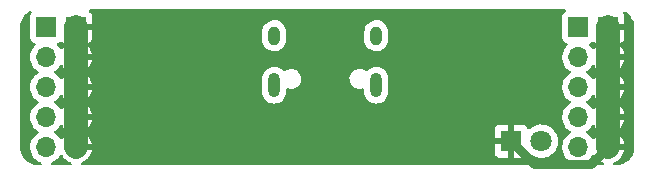
<source format=gbr>
%TF.GenerationSoftware,KiCad,Pcbnew,6.0.5-a6ca702e91~116~ubuntu22.04.1*%
%TF.CreationDate,2022-06-10T16:27:17-05:00*%
%TF.ProjectId,breadboard_psu_v1,62726561-6462-46f6-9172-645f7073755f,rev?*%
%TF.SameCoordinates,Original*%
%TF.FileFunction,Copper,L2,Bot*%
%TF.FilePolarity,Positive*%
%FSLAX46Y46*%
G04 Gerber Fmt 4.6, Leading zero omitted, Abs format (unit mm)*
G04 Created by KiCad (PCBNEW 6.0.5-a6ca702e91~116~ubuntu22.04.1) date 2022-06-10 16:27:17*
%MOMM*%
%LPD*%
G01*
G04 APERTURE LIST*
%TA.AperFunction,ComponentPad*%
%ADD10R,1.800000X1.800000*%
%TD*%
%TA.AperFunction,ComponentPad*%
%ADD11C,1.800000*%
%TD*%
%TA.AperFunction,ComponentPad*%
%ADD12R,1.700000X1.700000*%
%TD*%
%TA.AperFunction,ComponentPad*%
%ADD13O,1.700000X1.700000*%
%TD*%
%TA.AperFunction,ComponentPad*%
%ADD14O,1.000000X1.600000*%
%TD*%
%TA.AperFunction,ComponentPad*%
%ADD15O,1.000000X2.100000*%
%TD*%
%TA.AperFunction,Conductor*%
%ADD16C,2.000000*%
%TD*%
%TA.AperFunction,Conductor*%
%ADD17C,0.800000*%
%TD*%
G04 APERTURE END LIST*
D10*
%TO.P,D1,1,K*%
%TO.N,GND*%
X143510000Y-88392000D03*
D11*
%TO.P,D1,2,A*%
%TO.N,Net-(D1-Pad2)*%
X146050000Y-88392000D03*
%TD*%
D12*
%TO.P,J5,1,Pin_1*%
%TO.N,GND*%
X151740000Y-78740000D03*
D13*
%TO.P,J5,2,Pin_2*%
X151740000Y-81280000D03*
%TO.P,J5,3,Pin_3*%
X151740000Y-83820000D03*
%TO.P,J5,4,Pin_4*%
X151740000Y-86360000D03*
%TO.P,J5,5,Pin_5*%
X151740000Y-88900000D03*
%TD*%
D12*
%TO.P,J2,1,Pin_1*%
%TO.N,Net-(D1-Pad2)*%
X104140000Y-78740000D03*
D13*
%TO.P,J2,2,Pin_2*%
X104140000Y-81280000D03*
%TO.P,J2,3,Pin_3*%
X104140000Y-83820000D03*
%TO.P,J2,4,Pin_4*%
X104140000Y-86360000D03*
%TO.P,J2,5,Pin_5*%
X104140000Y-88900000D03*
%TD*%
D12*
%TO.P,J4,1,Pin_1*%
%TO.N,Net-(D1-Pad2)*%
X149200000Y-78740000D03*
D13*
%TO.P,J4,2,Pin_2*%
X149200000Y-81280000D03*
%TO.P,J4,3,Pin_3*%
X149200000Y-83820000D03*
%TO.P,J4,4,Pin_4*%
X149200000Y-86360000D03*
%TO.P,J4,5,Pin_5*%
X149200000Y-88900000D03*
%TD*%
D12*
%TO.P,J3,1,Pin_1*%
%TO.N,GND*%
X106680000Y-78740000D03*
D13*
%TO.P,J3,2,Pin_2*%
X106680000Y-81280000D03*
%TO.P,J3,3,Pin_3*%
X106680000Y-83820000D03*
%TO.P,J3,4,Pin_4*%
X106680000Y-86360000D03*
%TO.P,J3,5,Pin_5*%
X106680000Y-88900000D03*
%TD*%
D14*
%TO.P,J1,S1,SHIELD*%
%TO.N,unconnected-(J1-PadS1)*%
X132082000Y-79468000D03*
D15*
X132082000Y-83648000D03*
D14*
X123442000Y-79468000D03*
D15*
X123442000Y-83648000D03*
%TD*%
D16*
%TO.N,GND*%
X151740000Y-78740000D02*
X151740000Y-88900000D01*
D17*
X145467511Y-90349511D02*
X150290489Y-90349511D01*
D16*
X106680000Y-78740000D02*
X106680000Y-88900000D01*
D17*
X150290489Y-90349511D02*
X151740000Y-88900000D01*
X143510000Y-88392000D02*
X145467511Y-90349511D01*
%TD*%
%TA.AperFunction,Conductor*%
%TO.N,GND*%
G36*
X153181626Y-77431027D02*
G01*
X153223750Y-77454027D01*
X153238872Y-77463745D01*
X153387401Y-77574931D01*
X153398460Y-77583210D01*
X153412046Y-77594982D01*
X153553010Y-77735944D01*
X153564782Y-77749530D01*
X153677123Y-77899599D01*
X153684247Y-77909116D01*
X153693964Y-77924236D01*
X153789032Y-78098337D01*
X153789502Y-78099198D01*
X153796971Y-78115552D01*
X153866640Y-78302342D01*
X153871704Y-78319589D01*
X153914078Y-78514379D01*
X153916635Y-78532164D01*
X153920623Y-78587915D01*
X153928539Y-78698601D01*
X153927793Y-78716560D01*
X153927692Y-78724845D01*
X153926309Y-78733723D01*
X153927474Y-78742629D01*
X153930436Y-78765282D01*
X153931500Y-78781620D01*
X153931500Y-88850013D01*
X153929961Y-88869641D01*
X153926322Y-88892715D01*
X153927468Y-88901614D01*
X153927468Y-88901618D01*
X153928286Y-88907965D01*
X153928980Y-88933295D01*
X153918172Y-89080342D01*
X153916186Y-89107366D01*
X153913593Y-89125155D01*
X153870712Y-89320426D01*
X153865613Y-89337665D01*
X153795382Y-89524838D01*
X153787882Y-89541176D01*
X153691728Y-89716450D01*
X153681979Y-89731555D01*
X153561858Y-89891364D01*
X153550058Y-89904928D01*
X153408414Y-90046015D01*
X153394805Y-90057760D01*
X153243364Y-90170665D01*
X153234531Y-90177250D01*
X153219388Y-90186940D01*
X153043736Y-90282405D01*
X153027368Y-90289841D01*
X152839911Y-90359341D01*
X152822659Y-90364369D01*
X152778604Y-90373862D01*
X152627221Y-90406481D01*
X152609423Y-90409004D01*
X152442406Y-90420620D01*
X152424398Y-90419837D01*
X152416150Y-90419720D01*
X152407286Y-90418322D01*
X152398386Y-90419468D01*
X152398385Y-90419468D01*
X152375089Y-90422468D01*
X152358997Y-90423500D01*
X152246387Y-90423500D01*
X152178266Y-90403498D01*
X152131773Y-90349842D01*
X152121669Y-90279568D01*
X152151163Y-90214988D01*
X152210180Y-90176814D01*
X152232252Y-90170192D01*
X152241842Y-90166433D01*
X152433095Y-90072739D01*
X152441945Y-90067464D01*
X152615328Y-89943792D01*
X152623200Y-89937139D01*
X152774052Y-89786812D01*
X152780730Y-89778965D01*
X152905003Y-89606020D01*
X152910313Y-89597183D01*
X153004670Y-89406267D01*
X153008469Y-89396672D01*
X153070377Y-89192910D01*
X153072555Y-89182837D01*
X153073986Y-89171962D01*
X153071775Y-89157778D01*
X153058617Y-89154000D01*
X151612000Y-89154000D01*
X151543879Y-89133998D01*
X151497386Y-89080342D01*
X151486000Y-89028000D01*
X151486000Y-88627885D01*
X151994000Y-88627885D01*
X151998475Y-88643124D01*
X151999865Y-88644329D01*
X152007548Y-88646000D01*
X153058344Y-88646000D01*
X153071875Y-88642027D01*
X153073180Y-88632947D01*
X153031214Y-88465875D01*
X153027894Y-88456124D01*
X152942972Y-88260814D01*
X152938105Y-88251739D01*
X152822426Y-88072926D01*
X152816136Y-88064757D01*
X152672806Y-87907240D01*
X152665273Y-87900215D01*
X152498139Y-87768222D01*
X152489552Y-87762517D01*
X152452116Y-87741851D01*
X152402146Y-87691419D01*
X152387374Y-87621976D01*
X152412490Y-87555571D01*
X152439842Y-87528964D01*
X152615327Y-87403792D01*
X152623200Y-87397139D01*
X152774052Y-87246812D01*
X152780730Y-87238965D01*
X152905003Y-87066020D01*
X152910313Y-87057183D01*
X153004670Y-86866267D01*
X153008469Y-86856672D01*
X153070377Y-86652910D01*
X153072555Y-86642837D01*
X153073986Y-86631962D01*
X153071775Y-86617778D01*
X153058617Y-86614000D01*
X152012115Y-86614000D01*
X151996876Y-86618475D01*
X151995671Y-86619865D01*
X151994000Y-86627548D01*
X151994000Y-88627885D01*
X151486000Y-88627885D01*
X151486000Y-86087885D01*
X151994000Y-86087885D01*
X151998475Y-86103124D01*
X151999865Y-86104329D01*
X152007548Y-86106000D01*
X153058344Y-86106000D01*
X153071875Y-86102027D01*
X153073180Y-86092947D01*
X153031214Y-85925875D01*
X153027894Y-85916124D01*
X152942972Y-85720814D01*
X152938105Y-85711739D01*
X152822426Y-85532926D01*
X152816136Y-85524757D01*
X152672806Y-85367240D01*
X152665273Y-85360215D01*
X152498139Y-85228222D01*
X152489552Y-85222517D01*
X152452116Y-85201851D01*
X152402146Y-85151419D01*
X152387374Y-85081976D01*
X152412490Y-85015571D01*
X152439842Y-84988964D01*
X152615327Y-84863792D01*
X152623200Y-84857139D01*
X152774052Y-84706812D01*
X152780730Y-84698965D01*
X152905003Y-84526020D01*
X152910313Y-84517183D01*
X153004670Y-84326267D01*
X153008469Y-84316672D01*
X153070377Y-84112910D01*
X153072555Y-84102837D01*
X153073986Y-84091962D01*
X153071775Y-84077778D01*
X153058617Y-84074000D01*
X152012115Y-84074000D01*
X151996876Y-84078475D01*
X151995671Y-84079865D01*
X151994000Y-84087548D01*
X151994000Y-86087885D01*
X151486000Y-86087885D01*
X151486000Y-83547885D01*
X151994000Y-83547885D01*
X151998475Y-83563124D01*
X151999865Y-83564329D01*
X152007548Y-83566000D01*
X153058344Y-83566000D01*
X153071875Y-83562027D01*
X153073180Y-83552947D01*
X153031214Y-83385875D01*
X153027894Y-83376124D01*
X152942972Y-83180814D01*
X152938105Y-83171739D01*
X152822426Y-82992926D01*
X152816136Y-82984757D01*
X152672806Y-82827240D01*
X152665273Y-82820215D01*
X152498139Y-82688222D01*
X152489552Y-82682517D01*
X152452116Y-82661851D01*
X152402146Y-82611419D01*
X152387374Y-82541976D01*
X152412490Y-82475571D01*
X152439842Y-82448964D01*
X152615327Y-82323792D01*
X152623200Y-82317139D01*
X152774052Y-82166812D01*
X152780730Y-82158965D01*
X152905003Y-81986020D01*
X152910313Y-81977183D01*
X153004670Y-81786267D01*
X153008469Y-81776672D01*
X153070377Y-81572910D01*
X153072555Y-81562837D01*
X153073986Y-81551962D01*
X153071775Y-81537778D01*
X153058617Y-81534000D01*
X152012115Y-81534000D01*
X151996876Y-81538475D01*
X151995671Y-81539865D01*
X151994000Y-81547548D01*
X151994000Y-83547885D01*
X151486000Y-83547885D01*
X151486000Y-81007885D01*
X151994000Y-81007885D01*
X151998475Y-81023124D01*
X151999865Y-81024329D01*
X152007548Y-81026000D01*
X153058344Y-81026000D01*
X153071875Y-81022027D01*
X153073180Y-81012947D01*
X153031214Y-80845875D01*
X153027894Y-80836124D01*
X152942972Y-80640814D01*
X152938105Y-80631739D01*
X152822426Y-80452926D01*
X152816136Y-80444757D01*
X152671931Y-80286279D01*
X152640879Y-80222433D01*
X152649273Y-80151934D01*
X152694450Y-80097166D01*
X152720894Y-80083497D01*
X152828054Y-80043324D01*
X152843649Y-80034786D01*
X152945724Y-79958285D01*
X152958285Y-79945724D01*
X153034786Y-79843649D01*
X153043324Y-79828054D01*
X153088478Y-79707606D01*
X153092105Y-79692351D01*
X153097631Y-79641486D01*
X153098000Y-79634672D01*
X153098000Y-79012115D01*
X153093525Y-78996876D01*
X153092135Y-78995671D01*
X153084452Y-78994000D01*
X152012115Y-78994000D01*
X151996876Y-78998475D01*
X151995671Y-78999865D01*
X151994000Y-79007548D01*
X151994000Y-81007885D01*
X151486000Y-81007885D01*
X151486000Y-78612000D01*
X151506002Y-78543879D01*
X151559658Y-78497386D01*
X151612000Y-78486000D01*
X153079884Y-78486000D01*
X153095123Y-78481525D01*
X153096328Y-78480135D01*
X153097999Y-78472452D01*
X153097999Y-77845331D01*
X153097629Y-77838510D01*
X153092105Y-77787648D01*
X153088479Y-77772396D01*
X153043324Y-77651946D01*
X153034786Y-77636351D01*
X153020419Y-77617182D01*
X152995570Y-77550676D01*
X153010622Y-77481294D01*
X153060796Y-77431063D01*
X153130161Y-77415932D01*
X153181626Y-77431027D01*
G37*
%TD.AperFunction*%
%TA.AperFunction,Conductor*%
G36*
X148090593Y-77236502D02*
G01*
X148137086Y-77290158D01*
X148147190Y-77360432D01*
X148117696Y-77425012D01*
X148098039Y-77443324D01*
X147986739Y-77526739D01*
X147899385Y-77643295D01*
X147848255Y-77779684D01*
X147841500Y-77841866D01*
X147841500Y-79638134D01*
X147848255Y-79700316D01*
X147899385Y-79836705D01*
X147986739Y-79953261D01*
X148103295Y-80040615D01*
X148111704Y-80043767D01*
X148111705Y-80043768D01*
X148220451Y-80084535D01*
X148277216Y-80127176D01*
X148301916Y-80193738D01*
X148286709Y-80263087D01*
X148267316Y-80289568D01*
X148140629Y-80422138D01*
X148137715Y-80426410D01*
X148137714Y-80426411D01*
X148090315Y-80495896D01*
X148014743Y-80606680D01*
X147998899Y-80640814D01*
X147942790Y-80761691D01*
X147920688Y-80809305D01*
X147860989Y-81024570D01*
X147837251Y-81246695D01*
X147850110Y-81469715D01*
X147851247Y-81474761D01*
X147851248Y-81474767D01*
X147864597Y-81534000D01*
X147899222Y-81687639D01*
X147983266Y-81894616D01*
X148099987Y-82085088D01*
X148246250Y-82253938D01*
X148300700Y-82299143D01*
X148408588Y-82388713D01*
X148418126Y-82396632D01*
X148432436Y-82404994D01*
X148491445Y-82439476D01*
X148540169Y-82491114D01*
X148553240Y-82560897D01*
X148526509Y-82626669D01*
X148486055Y-82660027D01*
X148473607Y-82666507D01*
X148469474Y-82669610D01*
X148469471Y-82669612D01*
X148299100Y-82797530D01*
X148294965Y-82800635D01*
X148291393Y-82804373D01*
X148193033Y-82907301D01*
X148140629Y-82962138D01*
X148014743Y-83146680D01*
X147920688Y-83349305D01*
X147860989Y-83564570D01*
X147837251Y-83786695D01*
X147837548Y-83791848D01*
X147837548Y-83791851D01*
X147846749Y-83951431D01*
X147850110Y-84009715D01*
X147851247Y-84014761D01*
X147851248Y-84014767D01*
X147854894Y-84030943D01*
X147899222Y-84227639D01*
X147960673Y-84378976D01*
X147970256Y-84402575D01*
X147983266Y-84434616D01*
X148099987Y-84625088D01*
X148246250Y-84793938D01*
X148418126Y-84936632D01*
X148488595Y-84977811D01*
X148491445Y-84979476D01*
X148540169Y-85031114D01*
X148553240Y-85100897D01*
X148526509Y-85166669D01*
X148486055Y-85200027D01*
X148473607Y-85206507D01*
X148469474Y-85209610D01*
X148469471Y-85209612D01*
X148445247Y-85227800D01*
X148294965Y-85340635D01*
X148140629Y-85502138D01*
X148014743Y-85686680D01*
X147920688Y-85889305D01*
X147860989Y-86104570D01*
X147837251Y-86326695D01*
X147850110Y-86549715D01*
X147851247Y-86554761D01*
X147851248Y-86554767D01*
X147864597Y-86614000D01*
X147899222Y-86767639D01*
X147983266Y-86974616D01*
X147985965Y-86979020D01*
X148074634Y-87123715D01*
X148099987Y-87165088D01*
X148246250Y-87333938D01*
X148418126Y-87476632D01*
X148488595Y-87517811D01*
X148491445Y-87519476D01*
X148540169Y-87571114D01*
X148553240Y-87640897D01*
X148526509Y-87706669D01*
X148486055Y-87740027D01*
X148473607Y-87746507D01*
X148469474Y-87749610D01*
X148469471Y-87749612D01*
X148445247Y-87767800D01*
X148294965Y-87880635D01*
X148140629Y-88042138D01*
X148014743Y-88226680D01*
X147920688Y-88429305D01*
X147860989Y-88644570D01*
X147837251Y-88866695D01*
X147837548Y-88871848D01*
X147837548Y-88871851D01*
X147839781Y-88910570D01*
X147850110Y-89089715D01*
X147851247Y-89094761D01*
X147851248Y-89094767D01*
X147872275Y-89188069D01*
X147899222Y-89307639D01*
X147983266Y-89514616D01*
X148099987Y-89705088D01*
X148246250Y-89873938D01*
X148418126Y-90016632D01*
X148611000Y-90129338D01*
X148615825Y-90131180D01*
X148615826Y-90131181D01*
X148743120Y-90179790D01*
X148799623Y-90222778D01*
X148823916Y-90289489D01*
X148808286Y-90358744D01*
X148757695Y-90408554D01*
X148698171Y-90423500D01*
X107186387Y-90423500D01*
X107118266Y-90403498D01*
X107071773Y-90349842D01*
X107061669Y-90279568D01*
X107091163Y-90214988D01*
X107150180Y-90176814D01*
X107172252Y-90170192D01*
X107181842Y-90166433D01*
X107373095Y-90072739D01*
X107381945Y-90067464D01*
X107555328Y-89943792D01*
X107563200Y-89937139D01*
X107714052Y-89786812D01*
X107720730Y-89778965D01*
X107845003Y-89606020D01*
X107850313Y-89597183D01*
X107944670Y-89406267D01*
X107948469Y-89396672D01*
X107966699Y-89336669D01*
X142102001Y-89336669D01*
X142102371Y-89343490D01*
X142107895Y-89394352D01*
X142111521Y-89409604D01*
X142156676Y-89530054D01*
X142165214Y-89545649D01*
X142241715Y-89647724D01*
X142254276Y-89660285D01*
X142356351Y-89736786D01*
X142371946Y-89745324D01*
X142492394Y-89790478D01*
X142507649Y-89794105D01*
X142558514Y-89799631D01*
X142565328Y-89800000D01*
X143237885Y-89800000D01*
X143253124Y-89795525D01*
X143254329Y-89794135D01*
X143256000Y-89786452D01*
X143256000Y-89781884D01*
X143764000Y-89781884D01*
X143768475Y-89797123D01*
X143769865Y-89798328D01*
X143777548Y-89799999D01*
X144454669Y-89799999D01*
X144461490Y-89799629D01*
X144512352Y-89794105D01*
X144527604Y-89790479D01*
X144648054Y-89745324D01*
X144663649Y-89736786D01*
X144765724Y-89660285D01*
X144778285Y-89647724D01*
X144854786Y-89545649D01*
X144863324Y-89530054D01*
X144884773Y-89472840D01*
X144927415Y-89416075D01*
X144993977Y-89391376D01*
X145063325Y-89406584D01*
X145083240Y-89420126D01*
X145202359Y-89519020D01*
X145239349Y-89549730D01*
X145439322Y-89666584D01*
X145655694Y-89749209D01*
X145660760Y-89750240D01*
X145660761Y-89750240D01*
X145713846Y-89761040D01*
X145882656Y-89795385D01*
X146013324Y-89800176D01*
X146108949Y-89803683D01*
X146108953Y-89803683D01*
X146114113Y-89803872D01*
X146119233Y-89803216D01*
X146119235Y-89803216D01*
X146244748Y-89787137D01*
X146343847Y-89774442D01*
X146348795Y-89772957D01*
X146348802Y-89772956D01*
X146560747Y-89709369D01*
X146565690Y-89707886D01*
X146570324Y-89705616D01*
X146769049Y-89608262D01*
X146769052Y-89608260D01*
X146773684Y-89605991D01*
X146962243Y-89471494D01*
X147126303Y-89308005D01*
X147261458Y-89119917D01*
X147337237Y-88966590D01*
X147361784Y-88916922D01*
X147361785Y-88916920D01*
X147364078Y-88912280D01*
X147431408Y-88690671D01*
X147461640Y-88461041D01*
X147461760Y-88456124D01*
X147463245Y-88395365D01*
X147463245Y-88395361D01*
X147463327Y-88392000D01*
X147452133Y-88255840D01*
X147444773Y-88166318D01*
X147444772Y-88166312D01*
X147444349Y-88161167D01*
X147387925Y-87936533D01*
X147373367Y-87903051D01*
X147297630Y-87728868D01*
X147297628Y-87728865D01*
X147295570Y-87724131D01*
X147169764Y-87529665D01*
X147160516Y-87519501D01*
X147118500Y-87473327D01*
X147013887Y-87358358D01*
X147009836Y-87355159D01*
X147009832Y-87355155D01*
X146836177Y-87218011D01*
X146836172Y-87218008D01*
X146832123Y-87214810D01*
X146827607Y-87212317D01*
X146827604Y-87212315D01*
X146633879Y-87105373D01*
X146633875Y-87105371D01*
X146629355Y-87102876D01*
X146624486Y-87101152D01*
X146624482Y-87101150D01*
X146415903Y-87027288D01*
X146415899Y-87027287D01*
X146411028Y-87025562D01*
X146405935Y-87024655D01*
X146405932Y-87024654D01*
X146188095Y-86985851D01*
X146188089Y-86985850D01*
X146183006Y-86984945D01*
X146105644Y-86984000D01*
X145956581Y-86982179D01*
X145956579Y-86982179D01*
X145951411Y-86982116D01*
X145722464Y-87017150D01*
X145502314Y-87089106D01*
X145497726Y-87091494D01*
X145497722Y-87091496D01*
X145301461Y-87193663D01*
X145296872Y-87196052D01*
X145292739Y-87199155D01*
X145292736Y-87199157D01*
X145115790Y-87332012D01*
X145111655Y-87335117D01*
X145108083Y-87338855D01*
X145093787Y-87353815D01*
X145032263Y-87389245D01*
X144961351Y-87385788D01*
X144903564Y-87344543D01*
X144884711Y-87310994D01*
X144863324Y-87253946D01*
X144854786Y-87238351D01*
X144778285Y-87136276D01*
X144765724Y-87123715D01*
X144663649Y-87047214D01*
X144648054Y-87038676D01*
X144527606Y-86993522D01*
X144512351Y-86989895D01*
X144461486Y-86984369D01*
X144454672Y-86984000D01*
X143782115Y-86984000D01*
X143766876Y-86988475D01*
X143765671Y-86989865D01*
X143764000Y-86997548D01*
X143764000Y-89781884D01*
X143256000Y-89781884D01*
X143256000Y-88664115D01*
X143251525Y-88648876D01*
X143250135Y-88647671D01*
X143242452Y-88646000D01*
X142120116Y-88646000D01*
X142104877Y-88650475D01*
X142103672Y-88651865D01*
X142102001Y-88659548D01*
X142102001Y-89336669D01*
X107966699Y-89336669D01*
X108010377Y-89192910D01*
X108012555Y-89182837D01*
X108013986Y-89171962D01*
X108011775Y-89157778D01*
X107998617Y-89154000D01*
X106552000Y-89154000D01*
X106483879Y-89133998D01*
X106437386Y-89080342D01*
X106426000Y-89028000D01*
X106426000Y-88627885D01*
X106934000Y-88627885D01*
X106938475Y-88643124D01*
X106939865Y-88644329D01*
X106947548Y-88646000D01*
X107998344Y-88646000D01*
X108011875Y-88642027D01*
X108013180Y-88632947D01*
X107971214Y-88465875D01*
X107967894Y-88456124D01*
X107882972Y-88260814D01*
X107878105Y-88251739D01*
X107792805Y-88119885D01*
X142102000Y-88119885D01*
X142106475Y-88135124D01*
X142107865Y-88136329D01*
X142115548Y-88138000D01*
X143237885Y-88138000D01*
X143253124Y-88133525D01*
X143254329Y-88132135D01*
X143256000Y-88124452D01*
X143256000Y-87002116D01*
X143251525Y-86986877D01*
X143250135Y-86985672D01*
X143242452Y-86984001D01*
X142565331Y-86984001D01*
X142558510Y-86984371D01*
X142507648Y-86989895D01*
X142492396Y-86993521D01*
X142371946Y-87038676D01*
X142356351Y-87047214D01*
X142254276Y-87123715D01*
X142241715Y-87136276D01*
X142165214Y-87238351D01*
X142156676Y-87253946D01*
X142111522Y-87374394D01*
X142107895Y-87389649D01*
X142102369Y-87440514D01*
X142102000Y-87447328D01*
X142102000Y-88119885D01*
X107792805Y-88119885D01*
X107762426Y-88072926D01*
X107756136Y-88064757D01*
X107612806Y-87907240D01*
X107605273Y-87900215D01*
X107438139Y-87768222D01*
X107429552Y-87762517D01*
X107392116Y-87741851D01*
X107342146Y-87691419D01*
X107327374Y-87621976D01*
X107352490Y-87555571D01*
X107379842Y-87528964D01*
X107555327Y-87403792D01*
X107563200Y-87397139D01*
X107714052Y-87246812D01*
X107720730Y-87238965D01*
X107845003Y-87066020D01*
X107850313Y-87057183D01*
X107944670Y-86866267D01*
X107948469Y-86856672D01*
X108010377Y-86652910D01*
X108012555Y-86642837D01*
X108013986Y-86631962D01*
X108011775Y-86617778D01*
X107998617Y-86614000D01*
X106952115Y-86614000D01*
X106936876Y-86618475D01*
X106935671Y-86619865D01*
X106934000Y-86627548D01*
X106934000Y-88627885D01*
X106426000Y-88627885D01*
X106426000Y-86087885D01*
X106934000Y-86087885D01*
X106938475Y-86103124D01*
X106939865Y-86104329D01*
X106947548Y-86106000D01*
X107998344Y-86106000D01*
X108011875Y-86102027D01*
X108013180Y-86092947D01*
X107971214Y-85925875D01*
X107967894Y-85916124D01*
X107882972Y-85720814D01*
X107878105Y-85711739D01*
X107762426Y-85532926D01*
X107756136Y-85524757D01*
X107612806Y-85367240D01*
X107605273Y-85360215D01*
X107438139Y-85228222D01*
X107429552Y-85222517D01*
X107392116Y-85201851D01*
X107342146Y-85151419D01*
X107327374Y-85081976D01*
X107352490Y-85015571D01*
X107379842Y-84988964D01*
X107555327Y-84863792D01*
X107563200Y-84857139D01*
X107714052Y-84706812D01*
X107720730Y-84698965D01*
X107845003Y-84526020D01*
X107850313Y-84517183D01*
X107944670Y-84326267D01*
X107948469Y-84316672D01*
X107969403Y-84247769D01*
X122433500Y-84247769D01*
X122433800Y-84250825D01*
X122433800Y-84250832D01*
X122434530Y-84258273D01*
X122447920Y-84394833D01*
X122505084Y-84584169D01*
X122597934Y-84758796D01*
X122668291Y-84845062D01*
X122719040Y-84907287D01*
X122719043Y-84907290D01*
X122722935Y-84912062D01*
X122727682Y-84915989D01*
X122727684Y-84915991D01*
X122870575Y-85034201D01*
X122870579Y-85034203D01*
X122875325Y-85038130D01*
X123049299Y-85132198D01*
X123238232Y-85190682D01*
X123244357Y-85191326D01*
X123244358Y-85191326D01*
X123428796Y-85210711D01*
X123428798Y-85210711D01*
X123434925Y-85211355D01*
X123539357Y-85201851D01*
X123625749Y-85193989D01*
X123625752Y-85193988D01*
X123631888Y-85193430D01*
X123637794Y-85191692D01*
X123637798Y-85191691D01*
X123774818Y-85151364D01*
X123821619Y-85137590D01*
X123827077Y-85134737D01*
X123827081Y-85134735D01*
X123928103Y-85081921D01*
X123996890Y-85045960D01*
X124151025Y-84922032D01*
X124278154Y-84770526D01*
X124281121Y-84765128D01*
X124281125Y-84765123D01*
X124370467Y-84602608D01*
X124373433Y-84597213D01*
X124375846Y-84589608D01*
X124431373Y-84414564D01*
X124431373Y-84414563D01*
X124433235Y-84408694D01*
X124450500Y-84254773D01*
X124450500Y-84035138D01*
X124470502Y-83967017D01*
X124524158Y-83920524D01*
X124594432Y-83910420D01*
X124603986Y-83912172D01*
X124608460Y-83913172D01*
X124778543Y-83951190D01*
X124784088Y-83951500D01*
X124917244Y-83951500D01*
X125052037Y-83936857D01*
X125170190Y-83897094D01*
X125217204Y-83881272D01*
X125217206Y-83881271D01*
X125223675Y-83879094D01*
X125378905Y-83785823D01*
X125383862Y-83781135D01*
X125383865Y-83781133D01*
X125505527Y-83666082D01*
X125505529Y-83666080D01*
X125510485Y-83661393D01*
X125514317Y-83655755D01*
X125514320Y-83655751D01*
X125608442Y-83517255D01*
X125612277Y-83511612D01*
X125679530Y-83343466D01*
X125680644Y-83336738D01*
X125680645Y-83336734D01*
X125707993Y-83171539D01*
X125707993Y-83171536D01*
X125709108Y-83164802D01*
X125708405Y-83151375D01*
X125704203Y-83071198D01*
X129814892Y-83071198D01*
X129815249Y-83078015D01*
X129815249Y-83078019D01*
X129819812Y-83165076D01*
X129824370Y-83252047D01*
X129826181Y-83258620D01*
X129826181Y-83258623D01*
X129849551Y-83343466D01*
X129872461Y-83426641D01*
X129956922Y-83586836D01*
X129961327Y-83592049D01*
X129961330Y-83592053D01*
X130069406Y-83719943D01*
X130069410Y-83719947D01*
X130073813Y-83725157D01*
X130079237Y-83729304D01*
X130079238Y-83729305D01*
X130212257Y-83831006D01*
X130212261Y-83831009D01*
X130217678Y-83835150D01*
X130304372Y-83875576D01*
X130375631Y-83908805D01*
X130375634Y-83908806D01*
X130381808Y-83911685D01*
X130388456Y-83913171D01*
X130388459Y-83913172D01*
X130484686Y-83934681D01*
X130558543Y-83951190D01*
X130564088Y-83951500D01*
X130697244Y-83951500D01*
X130832037Y-83936857D01*
X130907312Y-83911524D01*
X130978253Y-83908754D01*
X131039432Y-83944777D01*
X131071423Y-84008158D01*
X131073500Y-84030943D01*
X131073500Y-84247769D01*
X131073800Y-84250825D01*
X131073800Y-84250832D01*
X131074530Y-84258273D01*
X131087920Y-84394833D01*
X131145084Y-84584169D01*
X131237934Y-84758796D01*
X131308291Y-84845062D01*
X131359040Y-84907287D01*
X131359043Y-84907290D01*
X131362935Y-84912062D01*
X131367682Y-84915989D01*
X131367684Y-84915991D01*
X131510575Y-85034201D01*
X131510579Y-85034203D01*
X131515325Y-85038130D01*
X131689299Y-85132198D01*
X131878232Y-85190682D01*
X131884357Y-85191326D01*
X131884358Y-85191326D01*
X132068796Y-85210711D01*
X132068798Y-85210711D01*
X132074925Y-85211355D01*
X132179357Y-85201851D01*
X132265749Y-85193989D01*
X132265752Y-85193988D01*
X132271888Y-85193430D01*
X132277794Y-85191692D01*
X132277798Y-85191691D01*
X132414818Y-85151364D01*
X132461619Y-85137590D01*
X132467077Y-85134737D01*
X132467081Y-85134735D01*
X132568103Y-85081921D01*
X132636890Y-85045960D01*
X132791025Y-84922032D01*
X132918154Y-84770526D01*
X132921121Y-84765128D01*
X132921125Y-84765123D01*
X133010467Y-84602608D01*
X133013433Y-84597213D01*
X133015846Y-84589608D01*
X133071373Y-84414564D01*
X133071373Y-84414563D01*
X133073235Y-84408694D01*
X133090500Y-84254773D01*
X133090500Y-83048231D01*
X133089814Y-83041227D01*
X133076681Y-82907301D01*
X133076080Y-82901167D01*
X133018916Y-82711831D01*
X132926066Y-82537204D01*
X132818238Y-82404994D01*
X132804960Y-82388713D01*
X132804957Y-82388710D01*
X132801065Y-82383938D01*
X132794718Y-82378687D01*
X132653425Y-82261799D01*
X132653421Y-82261797D01*
X132648675Y-82257870D01*
X132474701Y-82163802D01*
X132285768Y-82105318D01*
X132279643Y-82104674D01*
X132279642Y-82104674D01*
X132095204Y-82085289D01*
X132095202Y-82085289D01*
X132089075Y-82084645D01*
X132006576Y-82092153D01*
X131898251Y-82102011D01*
X131898248Y-82102012D01*
X131892112Y-82102570D01*
X131886206Y-82104308D01*
X131886202Y-82104309D01*
X131781076Y-82135249D01*
X131702381Y-82158410D01*
X131696923Y-82161263D01*
X131696919Y-82161265D01*
X131606147Y-82208720D01*
X131527110Y-82250040D01*
X131372975Y-82373968D01*
X131324600Y-82431619D01*
X131265493Y-82470944D01*
X131194506Y-82472070D01*
X131151552Y-82450722D01*
X131091743Y-82404994D01*
X131091739Y-82404991D01*
X131086322Y-82400850D01*
X130981186Y-82351825D01*
X130928369Y-82327195D01*
X130928366Y-82327194D01*
X130922192Y-82324315D01*
X130915544Y-82322829D01*
X130915541Y-82322828D01*
X130750494Y-82285936D01*
X130750495Y-82285936D01*
X130745457Y-82284810D01*
X130739912Y-82284500D01*
X130606756Y-82284500D01*
X130471963Y-82299143D01*
X130388609Y-82327195D01*
X130306796Y-82354728D01*
X130306794Y-82354729D01*
X130300325Y-82356906D01*
X130145095Y-82450177D01*
X130140138Y-82454865D01*
X130140135Y-82454867D01*
X130027985Y-82560923D01*
X130013515Y-82574607D01*
X130009683Y-82580245D01*
X130009680Y-82580249D01*
X129925133Y-82704656D01*
X129911723Y-82724388D01*
X129844470Y-82892534D01*
X129843356Y-82899262D01*
X129843355Y-82899266D01*
X129819270Y-83044751D01*
X129814892Y-83071198D01*
X125704203Y-83071198D01*
X125699987Y-82990766D01*
X125699630Y-82983953D01*
X125676304Y-82899266D01*
X125653352Y-82815941D01*
X125651539Y-82809359D01*
X125567078Y-82649164D01*
X125562673Y-82643951D01*
X125562670Y-82643947D01*
X125454594Y-82516057D01*
X125454590Y-82516053D01*
X125450187Y-82510843D01*
X125424383Y-82491114D01*
X125311743Y-82404994D01*
X125311739Y-82404991D01*
X125306322Y-82400850D01*
X125201186Y-82351825D01*
X125148369Y-82327195D01*
X125148366Y-82327194D01*
X125142192Y-82324315D01*
X125135544Y-82322829D01*
X125135541Y-82322828D01*
X124970494Y-82285936D01*
X124970495Y-82285936D01*
X124965457Y-82284810D01*
X124959912Y-82284500D01*
X124826756Y-82284500D01*
X124691963Y-82299143D01*
X124608609Y-82327195D01*
X124526796Y-82354728D01*
X124526794Y-82354729D01*
X124520325Y-82356906D01*
X124365095Y-82450177D01*
X124364671Y-82449472D01*
X124303480Y-82472762D01*
X124234007Y-82458135D01*
X124196008Y-82426782D01*
X124173211Y-82398831D01*
X124161065Y-82383938D01*
X124154718Y-82378687D01*
X124013425Y-82261799D01*
X124013421Y-82261797D01*
X124008675Y-82257870D01*
X123834701Y-82163802D01*
X123645768Y-82105318D01*
X123639643Y-82104674D01*
X123639642Y-82104674D01*
X123455204Y-82085289D01*
X123455202Y-82085289D01*
X123449075Y-82084645D01*
X123366576Y-82092153D01*
X123258251Y-82102011D01*
X123258248Y-82102012D01*
X123252112Y-82102570D01*
X123246206Y-82104308D01*
X123246202Y-82104309D01*
X123141076Y-82135249D01*
X123062381Y-82158410D01*
X123056923Y-82161263D01*
X123056919Y-82161265D01*
X122966147Y-82208720D01*
X122887110Y-82250040D01*
X122732975Y-82373968D01*
X122605846Y-82525474D01*
X122602879Y-82530872D01*
X122602875Y-82530877D01*
X122550214Y-82626669D01*
X122510567Y-82698787D01*
X122508706Y-82704654D01*
X122508705Y-82704656D01*
X122469819Y-82827240D01*
X122450765Y-82887306D01*
X122433500Y-83041227D01*
X122433500Y-84247769D01*
X107969403Y-84247769D01*
X108010377Y-84112910D01*
X108012555Y-84102837D01*
X108013986Y-84091962D01*
X108011775Y-84077778D01*
X107998617Y-84074000D01*
X106952115Y-84074000D01*
X106936876Y-84078475D01*
X106935671Y-84079865D01*
X106934000Y-84087548D01*
X106934000Y-86087885D01*
X106426000Y-86087885D01*
X106426000Y-83547885D01*
X106934000Y-83547885D01*
X106938475Y-83563124D01*
X106939865Y-83564329D01*
X106947548Y-83566000D01*
X107998344Y-83566000D01*
X108011875Y-83562027D01*
X108013180Y-83552947D01*
X107971214Y-83385875D01*
X107967894Y-83376124D01*
X107882972Y-83180814D01*
X107878105Y-83171739D01*
X107762426Y-82992926D01*
X107756136Y-82984757D01*
X107612806Y-82827240D01*
X107605273Y-82820215D01*
X107438139Y-82688222D01*
X107429552Y-82682517D01*
X107392116Y-82661851D01*
X107342146Y-82611419D01*
X107327374Y-82541976D01*
X107352490Y-82475571D01*
X107379842Y-82448964D01*
X107555327Y-82323792D01*
X107563200Y-82317139D01*
X107714052Y-82166812D01*
X107720730Y-82158965D01*
X107845003Y-81986020D01*
X107850313Y-81977183D01*
X107944670Y-81786267D01*
X107948469Y-81776672D01*
X108010377Y-81572910D01*
X108012555Y-81562837D01*
X108013986Y-81551962D01*
X108011775Y-81537778D01*
X107998617Y-81534000D01*
X106952115Y-81534000D01*
X106936876Y-81538475D01*
X106935671Y-81539865D01*
X106934000Y-81547548D01*
X106934000Y-83547885D01*
X106426000Y-83547885D01*
X106426000Y-81007885D01*
X106934000Y-81007885D01*
X106938475Y-81023124D01*
X106939865Y-81024329D01*
X106947548Y-81026000D01*
X107998344Y-81026000D01*
X108011875Y-81022027D01*
X108013180Y-81012947D01*
X107971214Y-80845875D01*
X107967894Y-80836124D01*
X107882972Y-80640814D01*
X107878105Y-80631739D01*
X107762426Y-80452926D01*
X107756136Y-80444757D01*
X107611931Y-80286279D01*
X107580879Y-80222433D01*
X107589273Y-80151934D01*
X107634450Y-80097166D01*
X107660894Y-80083497D01*
X107768054Y-80043324D01*
X107783649Y-80034786D01*
X107885724Y-79958285D01*
X107898285Y-79945724D01*
X107974786Y-79843649D01*
X107983324Y-79828054D01*
X107987180Y-79817769D01*
X122433500Y-79817769D01*
X122433800Y-79820825D01*
X122433800Y-79820832D01*
X122436061Y-79843891D01*
X122447920Y-79964833D01*
X122505084Y-80154169D01*
X122597934Y-80328796D01*
X122668291Y-80415062D01*
X122719040Y-80477287D01*
X122719043Y-80477290D01*
X122722935Y-80482062D01*
X122727682Y-80485989D01*
X122727684Y-80485991D01*
X122870575Y-80604201D01*
X122870579Y-80604203D01*
X122875325Y-80608130D01*
X123049299Y-80702198D01*
X123238232Y-80760682D01*
X123244357Y-80761326D01*
X123244358Y-80761326D01*
X123428796Y-80780711D01*
X123428798Y-80780711D01*
X123434925Y-80781355D01*
X123517424Y-80773847D01*
X123625749Y-80763989D01*
X123625752Y-80763988D01*
X123631888Y-80763430D01*
X123637794Y-80761692D01*
X123637798Y-80761691D01*
X123742924Y-80730751D01*
X123821619Y-80707590D01*
X123827077Y-80704737D01*
X123827081Y-80704735D01*
X123963823Y-80633247D01*
X123996890Y-80615960D01*
X124151025Y-80492032D01*
X124278154Y-80340526D01*
X124281121Y-80335128D01*
X124281125Y-80335123D01*
X124370467Y-80172608D01*
X124373433Y-80167213D01*
X124375846Y-80159608D01*
X124431373Y-79984564D01*
X124431373Y-79984563D01*
X124433235Y-79978694D01*
X124450500Y-79824773D01*
X124450500Y-79817769D01*
X131073500Y-79817769D01*
X131073800Y-79820825D01*
X131073800Y-79820832D01*
X131076061Y-79843891D01*
X131087920Y-79964833D01*
X131145084Y-80154169D01*
X131237934Y-80328796D01*
X131308291Y-80415062D01*
X131359040Y-80477287D01*
X131359043Y-80477290D01*
X131362935Y-80482062D01*
X131367682Y-80485989D01*
X131367684Y-80485991D01*
X131510575Y-80604201D01*
X131510579Y-80604203D01*
X131515325Y-80608130D01*
X131689299Y-80702198D01*
X131878232Y-80760682D01*
X131884357Y-80761326D01*
X131884358Y-80761326D01*
X132068796Y-80780711D01*
X132068798Y-80780711D01*
X132074925Y-80781355D01*
X132157424Y-80773847D01*
X132265749Y-80763989D01*
X132265752Y-80763988D01*
X132271888Y-80763430D01*
X132277794Y-80761692D01*
X132277798Y-80761691D01*
X132382924Y-80730751D01*
X132461619Y-80707590D01*
X132467077Y-80704737D01*
X132467081Y-80704735D01*
X132603823Y-80633247D01*
X132636890Y-80615960D01*
X132791025Y-80492032D01*
X132918154Y-80340526D01*
X132921121Y-80335128D01*
X132921125Y-80335123D01*
X133010467Y-80172608D01*
X133013433Y-80167213D01*
X133015846Y-80159608D01*
X133071373Y-79984564D01*
X133071373Y-79984563D01*
X133073235Y-79978694D01*
X133090500Y-79824773D01*
X133090500Y-79118231D01*
X133089814Y-79111227D01*
X133078894Y-78999865D01*
X133076080Y-78971167D01*
X133018916Y-78781831D01*
X132926066Y-78607204D01*
X132840454Y-78502233D01*
X132804960Y-78458713D01*
X132804957Y-78458710D01*
X132801065Y-78453938D01*
X132794724Y-78448692D01*
X132653425Y-78331799D01*
X132653421Y-78331797D01*
X132648675Y-78327870D01*
X132474701Y-78233802D01*
X132285768Y-78175318D01*
X132279643Y-78174674D01*
X132279642Y-78174674D01*
X132095204Y-78155289D01*
X132095202Y-78155289D01*
X132089075Y-78154645D01*
X132006576Y-78162153D01*
X131898251Y-78172011D01*
X131898248Y-78172012D01*
X131892112Y-78172570D01*
X131886206Y-78174308D01*
X131886202Y-78174309D01*
X131781076Y-78205249D01*
X131702381Y-78228410D01*
X131696923Y-78231263D01*
X131696919Y-78231265D01*
X131606147Y-78278720D01*
X131527110Y-78320040D01*
X131372975Y-78443968D01*
X131245846Y-78595474D01*
X131242879Y-78600872D01*
X131242875Y-78600877D01*
X131171552Y-78730615D01*
X131150567Y-78768787D01*
X131148706Y-78774654D01*
X131148705Y-78774656D01*
X131092627Y-78951436D01*
X131090765Y-78957306D01*
X131073500Y-79111227D01*
X131073500Y-79817769D01*
X124450500Y-79817769D01*
X124450500Y-79118231D01*
X124449814Y-79111227D01*
X124438894Y-78999865D01*
X124436080Y-78971167D01*
X124378916Y-78781831D01*
X124286066Y-78607204D01*
X124200454Y-78502233D01*
X124164960Y-78458713D01*
X124164957Y-78458710D01*
X124161065Y-78453938D01*
X124154724Y-78448692D01*
X124013425Y-78331799D01*
X124013421Y-78331797D01*
X124008675Y-78327870D01*
X123834701Y-78233802D01*
X123645768Y-78175318D01*
X123639643Y-78174674D01*
X123639642Y-78174674D01*
X123455204Y-78155289D01*
X123455202Y-78155289D01*
X123449075Y-78154645D01*
X123366576Y-78162153D01*
X123258251Y-78172011D01*
X123258248Y-78172012D01*
X123252112Y-78172570D01*
X123246206Y-78174308D01*
X123246202Y-78174309D01*
X123141076Y-78205249D01*
X123062381Y-78228410D01*
X123056923Y-78231263D01*
X123056919Y-78231265D01*
X122966147Y-78278720D01*
X122887110Y-78320040D01*
X122732975Y-78443968D01*
X122605846Y-78595474D01*
X122602879Y-78600872D01*
X122602875Y-78600877D01*
X122531552Y-78730615D01*
X122510567Y-78768787D01*
X122508706Y-78774654D01*
X122508705Y-78774656D01*
X122452627Y-78951436D01*
X122450765Y-78957306D01*
X122433500Y-79111227D01*
X122433500Y-79817769D01*
X107987180Y-79817769D01*
X108028478Y-79707606D01*
X108032105Y-79692351D01*
X108037631Y-79641486D01*
X108038000Y-79634672D01*
X108038000Y-79012115D01*
X108033525Y-78996876D01*
X108032135Y-78995671D01*
X108024452Y-78994000D01*
X106952115Y-78994000D01*
X106936876Y-78998475D01*
X106935671Y-78999865D01*
X106934000Y-79007548D01*
X106934000Y-81007885D01*
X106426000Y-81007885D01*
X106426000Y-78612000D01*
X106446002Y-78543879D01*
X106499658Y-78497386D01*
X106552000Y-78486000D01*
X108019884Y-78486000D01*
X108035123Y-78481525D01*
X108036328Y-78480135D01*
X108037999Y-78472452D01*
X108037999Y-77845331D01*
X108037629Y-77838510D01*
X108032105Y-77787648D01*
X108028479Y-77772396D01*
X107983324Y-77651946D01*
X107974786Y-77636351D01*
X107898285Y-77534276D01*
X107885728Y-77521719D01*
X107781129Y-77443327D01*
X107738614Y-77386467D01*
X107733588Y-77315649D01*
X107767648Y-77253355D01*
X107829979Y-77219365D01*
X107856694Y-77216500D01*
X148022472Y-77216500D01*
X148090593Y-77236502D01*
G37*
%TD.AperFunction*%
%TA.AperFunction,Conductor*%
G36*
X150552338Y-89574678D02*
G01*
X150580166Y-89606511D01*
X150637694Y-89700388D01*
X150643777Y-89708699D01*
X150783213Y-89869667D01*
X150790580Y-89876883D01*
X150954434Y-90012916D01*
X150962881Y-90018831D01*
X151146756Y-90126279D01*
X151156042Y-90130729D01*
X151284522Y-90179790D01*
X151341025Y-90222777D01*
X151365318Y-90289488D01*
X151349688Y-90358743D01*
X151299097Y-90408554D01*
X151239573Y-90423500D01*
X149708127Y-90423500D01*
X149640006Y-90403498D01*
X149593513Y-90349842D01*
X149583409Y-90279568D01*
X149612903Y-90214988D01*
X149671919Y-90176815D01*
X149692418Y-90170665D01*
X149692430Y-90170660D01*
X149697384Y-90169174D01*
X149897994Y-90070896D01*
X150079860Y-89941173D01*
X150238096Y-89783489D01*
X150297594Y-89700689D01*
X150368453Y-89602077D01*
X150369640Y-89602930D01*
X150416960Y-89559362D01*
X150486897Y-89547145D01*
X150552338Y-89574678D01*
G37*
%TD.AperFunction*%
%TD*%
%TA.AperFunction,NonConductor*%
G36*
X150530741Y-79957263D02*
G01*
X150545982Y-79967058D01*
X150636351Y-80034786D01*
X150651946Y-80043324D01*
X150761337Y-80084333D01*
X150818101Y-80126975D01*
X150842801Y-80193536D01*
X150827594Y-80262885D01*
X150808201Y-80289366D01*
X150684590Y-80418717D01*
X150678109Y-80426722D01*
X150573498Y-80580074D01*
X150518587Y-80625076D01*
X150448062Y-80633247D01*
X150384315Y-80601993D01*
X150363618Y-80577509D01*
X150282822Y-80452617D01*
X150282820Y-80452614D01*
X150280014Y-80448277D01*
X150276532Y-80444450D01*
X150132798Y-80286488D01*
X150101746Y-80222642D01*
X150110141Y-80152143D01*
X150155317Y-80097375D01*
X150181761Y-80083706D01*
X150288297Y-80043767D01*
X150296705Y-80040615D01*
X150379326Y-79978694D01*
X150394852Y-79967058D01*
X150461358Y-79942210D01*
X150530741Y-79957263D01*
G37*
%TD.AperFunction*%
%TA.AperFunction,NonConductor*%
G36*
X105470741Y-79957263D02*
G01*
X105485982Y-79967058D01*
X105576351Y-80034786D01*
X105591946Y-80043324D01*
X105701337Y-80084333D01*
X105758101Y-80126975D01*
X105782801Y-80193536D01*
X105767594Y-80262885D01*
X105748201Y-80289366D01*
X105624590Y-80418717D01*
X105618109Y-80426722D01*
X105513498Y-80580074D01*
X105458587Y-80625076D01*
X105388062Y-80633247D01*
X105324315Y-80601993D01*
X105303618Y-80577509D01*
X105222822Y-80452617D01*
X105222820Y-80452614D01*
X105220014Y-80448277D01*
X105216532Y-80444450D01*
X105072798Y-80286488D01*
X105041746Y-80222642D01*
X105050141Y-80152143D01*
X105095317Y-80097375D01*
X105121761Y-80083706D01*
X105228297Y-80043767D01*
X105236705Y-80040615D01*
X105319326Y-79978694D01*
X105334852Y-79967058D01*
X105401358Y-79942210D01*
X105470741Y-79957263D01*
G37*
%TD.AperFunction*%
%TA.AperFunction,NonConductor*%
G36*
X105492338Y-81954678D02*
G01*
X105520166Y-81986511D01*
X105577694Y-82080388D01*
X105583777Y-82088699D01*
X105723213Y-82249667D01*
X105730580Y-82256883D01*
X105894434Y-82392916D01*
X105902881Y-82398831D01*
X105972479Y-82439501D01*
X106021203Y-82491140D01*
X106034274Y-82560923D01*
X106007543Y-82626694D01*
X105967087Y-82660053D01*
X105958462Y-82664542D01*
X105949738Y-82670036D01*
X105779433Y-82797905D01*
X105771726Y-82804748D01*
X105624590Y-82958717D01*
X105618109Y-82966722D01*
X105513498Y-83120074D01*
X105458587Y-83165076D01*
X105388062Y-83173247D01*
X105324315Y-83141993D01*
X105303618Y-83117509D01*
X105222822Y-82992617D01*
X105222820Y-82992614D01*
X105220014Y-82988277D01*
X105069670Y-82823051D01*
X105065619Y-82819852D01*
X105065615Y-82819848D01*
X104898414Y-82687800D01*
X104898410Y-82687798D01*
X104894359Y-82684598D01*
X104853053Y-82661796D01*
X104803084Y-82611364D01*
X104788312Y-82541921D01*
X104813428Y-82475516D01*
X104840780Y-82448909D01*
X104884603Y-82417650D01*
X105019860Y-82321173D01*
X105039783Y-82301320D01*
X105174435Y-82167137D01*
X105178096Y-82163489D01*
X105221871Y-82102570D01*
X105308453Y-81982077D01*
X105309640Y-81982930D01*
X105356960Y-81939362D01*
X105426897Y-81927145D01*
X105492338Y-81954678D01*
G37*
%TD.AperFunction*%
%TA.AperFunction,NonConductor*%
G36*
X150552338Y-81954678D02*
G01*
X150580166Y-81986511D01*
X150637694Y-82080388D01*
X150643777Y-82088699D01*
X150783213Y-82249667D01*
X150790580Y-82256883D01*
X150954434Y-82392916D01*
X150962881Y-82398831D01*
X151032479Y-82439501D01*
X151081203Y-82491140D01*
X151094274Y-82560923D01*
X151067543Y-82626694D01*
X151027087Y-82660053D01*
X151018462Y-82664542D01*
X151009738Y-82670036D01*
X150839433Y-82797905D01*
X150831726Y-82804748D01*
X150684590Y-82958717D01*
X150678109Y-82966722D01*
X150573498Y-83120074D01*
X150518587Y-83165076D01*
X150448062Y-83173247D01*
X150384315Y-83141993D01*
X150363618Y-83117509D01*
X150282822Y-82992617D01*
X150282820Y-82992614D01*
X150280014Y-82988277D01*
X150129670Y-82823051D01*
X150125619Y-82819852D01*
X150125615Y-82819848D01*
X149958414Y-82687800D01*
X149958410Y-82687798D01*
X149954359Y-82684598D01*
X149913053Y-82661796D01*
X149863084Y-82611364D01*
X149848312Y-82541921D01*
X149873428Y-82475516D01*
X149900780Y-82448909D01*
X149944603Y-82417650D01*
X150079860Y-82321173D01*
X150099783Y-82301320D01*
X150234435Y-82167137D01*
X150238096Y-82163489D01*
X150281871Y-82102570D01*
X150368453Y-81982077D01*
X150369640Y-81982930D01*
X150416960Y-81939362D01*
X150486897Y-81927145D01*
X150552338Y-81954678D01*
G37*
%TD.AperFunction*%
%TA.AperFunction,NonConductor*%
G36*
X150552338Y-84494678D02*
G01*
X150580166Y-84526511D01*
X150637694Y-84620388D01*
X150643777Y-84628699D01*
X150783213Y-84789667D01*
X150790580Y-84796883D01*
X150954434Y-84932916D01*
X150962881Y-84938831D01*
X151032479Y-84979501D01*
X151081203Y-85031140D01*
X151094274Y-85100923D01*
X151067543Y-85166694D01*
X151027087Y-85200053D01*
X151018462Y-85204542D01*
X151009738Y-85210036D01*
X150839433Y-85337905D01*
X150831726Y-85344748D01*
X150684590Y-85498717D01*
X150678109Y-85506722D01*
X150573498Y-85660074D01*
X150518587Y-85705076D01*
X150448062Y-85713247D01*
X150384315Y-85681993D01*
X150363618Y-85657509D01*
X150282822Y-85532617D01*
X150282820Y-85532614D01*
X150280014Y-85528277D01*
X150129670Y-85363051D01*
X150125619Y-85359852D01*
X150125615Y-85359848D01*
X149958414Y-85227800D01*
X149958410Y-85227798D01*
X149954359Y-85224598D01*
X149913053Y-85201796D01*
X149863084Y-85151364D01*
X149848312Y-85081921D01*
X149873428Y-85015516D01*
X149900780Y-84988909D01*
X149944603Y-84957650D01*
X150079860Y-84861173D01*
X150238096Y-84703489D01*
X150297594Y-84620689D01*
X150368453Y-84522077D01*
X150369640Y-84522930D01*
X150416960Y-84479362D01*
X150486897Y-84467145D01*
X150552338Y-84494678D01*
G37*
%TD.AperFunction*%
%TA.AperFunction,NonConductor*%
G36*
X105492338Y-84494678D02*
G01*
X105520166Y-84526511D01*
X105577694Y-84620388D01*
X105583777Y-84628699D01*
X105723213Y-84789667D01*
X105730580Y-84796883D01*
X105894434Y-84932916D01*
X105902881Y-84938831D01*
X105972479Y-84979501D01*
X106021203Y-85031140D01*
X106034274Y-85100923D01*
X106007543Y-85166694D01*
X105967087Y-85200053D01*
X105958462Y-85204542D01*
X105949738Y-85210036D01*
X105779433Y-85337905D01*
X105771726Y-85344748D01*
X105624590Y-85498717D01*
X105618109Y-85506722D01*
X105513498Y-85660074D01*
X105458587Y-85705076D01*
X105388062Y-85713247D01*
X105324315Y-85681993D01*
X105303618Y-85657509D01*
X105222822Y-85532617D01*
X105222820Y-85532614D01*
X105220014Y-85528277D01*
X105069670Y-85363051D01*
X105065619Y-85359852D01*
X105065615Y-85359848D01*
X104898414Y-85227800D01*
X104898410Y-85227798D01*
X104894359Y-85224598D01*
X104853053Y-85201796D01*
X104803084Y-85151364D01*
X104788312Y-85081921D01*
X104813428Y-85015516D01*
X104840780Y-84988909D01*
X104884603Y-84957650D01*
X105019860Y-84861173D01*
X105178096Y-84703489D01*
X105237594Y-84620689D01*
X105308453Y-84522077D01*
X105309640Y-84522930D01*
X105356960Y-84479362D01*
X105426897Y-84467145D01*
X105492338Y-84494678D01*
G37*
%TD.AperFunction*%
%TA.AperFunction,NonConductor*%
G36*
X105492338Y-87034678D02*
G01*
X105520166Y-87066511D01*
X105577694Y-87160388D01*
X105583777Y-87168699D01*
X105723213Y-87329667D01*
X105730580Y-87336883D01*
X105894434Y-87472916D01*
X105902881Y-87478831D01*
X105972479Y-87519501D01*
X106021203Y-87571140D01*
X106034274Y-87640923D01*
X106007543Y-87706694D01*
X105967087Y-87740053D01*
X105958462Y-87744542D01*
X105949738Y-87750036D01*
X105779433Y-87877905D01*
X105771726Y-87884748D01*
X105624590Y-88038717D01*
X105618109Y-88046722D01*
X105513498Y-88200074D01*
X105458587Y-88245076D01*
X105388062Y-88253247D01*
X105324315Y-88221993D01*
X105303618Y-88197509D01*
X105222822Y-88072617D01*
X105222820Y-88072614D01*
X105220014Y-88068277D01*
X105069670Y-87903051D01*
X105065619Y-87899852D01*
X105065615Y-87899848D01*
X104898414Y-87767800D01*
X104898410Y-87767798D01*
X104894359Y-87764598D01*
X104853053Y-87741796D01*
X104803084Y-87691364D01*
X104788312Y-87621921D01*
X104813428Y-87555516D01*
X104840780Y-87528909D01*
X104884603Y-87497650D01*
X105019860Y-87401173D01*
X105031425Y-87389649D01*
X105174435Y-87247137D01*
X105178096Y-87243489D01*
X105213900Y-87193663D01*
X105308453Y-87062077D01*
X105309640Y-87062930D01*
X105356960Y-87019362D01*
X105426897Y-87007145D01*
X105492338Y-87034678D01*
G37*
%TD.AperFunction*%
%TA.AperFunction,NonConductor*%
G36*
X150552338Y-87034678D02*
G01*
X150580166Y-87066511D01*
X150637694Y-87160388D01*
X150643777Y-87168699D01*
X150783213Y-87329667D01*
X150790580Y-87336883D01*
X150954434Y-87472916D01*
X150962881Y-87478831D01*
X151032479Y-87519501D01*
X151081203Y-87571140D01*
X151094274Y-87640923D01*
X151067543Y-87706694D01*
X151027087Y-87740053D01*
X151018462Y-87744542D01*
X151009738Y-87750036D01*
X150839433Y-87877905D01*
X150831726Y-87884748D01*
X150684590Y-88038717D01*
X150678109Y-88046722D01*
X150573498Y-88200074D01*
X150518587Y-88245076D01*
X150448062Y-88253247D01*
X150384315Y-88221993D01*
X150363618Y-88197509D01*
X150282822Y-88072617D01*
X150282820Y-88072614D01*
X150280014Y-88068277D01*
X150129670Y-87903051D01*
X150125619Y-87899852D01*
X150125615Y-87899848D01*
X149958414Y-87767800D01*
X149958410Y-87767798D01*
X149954359Y-87764598D01*
X149913053Y-87741796D01*
X149863084Y-87691364D01*
X149848312Y-87621921D01*
X149873428Y-87555516D01*
X149900780Y-87528909D01*
X149944603Y-87497650D01*
X150079860Y-87401173D01*
X150091425Y-87389649D01*
X150234435Y-87247137D01*
X150238096Y-87243489D01*
X150273900Y-87193663D01*
X150368453Y-87062077D01*
X150369640Y-87062930D01*
X150416960Y-87019362D01*
X150486897Y-87007145D01*
X150552338Y-87034678D01*
G37*
%TD.AperFunction*%
%TA.AperFunction,NonConductor*%
G36*
X105492338Y-89574678D02*
G01*
X105520166Y-89606511D01*
X105577694Y-89700388D01*
X105583777Y-89708699D01*
X105723213Y-89869667D01*
X105730580Y-89876883D01*
X105894434Y-90012916D01*
X105902881Y-90018831D01*
X106086756Y-90126279D01*
X106096042Y-90130729D01*
X106224522Y-90179790D01*
X106281025Y-90222777D01*
X106305318Y-90289488D01*
X106289688Y-90358743D01*
X106239097Y-90408554D01*
X106179573Y-90423500D01*
X104648127Y-90423500D01*
X104580006Y-90403498D01*
X104533513Y-90349842D01*
X104523409Y-90279568D01*
X104552903Y-90214988D01*
X104611919Y-90176815D01*
X104632418Y-90170665D01*
X104632430Y-90170660D01*
X104637384Y-90169174D01*
X104837994Y-90070896D01*
X105019860Y-89941173D01*
X105178096Y-89783489D01*
X105237594Y-89700689D01*
X105308453Y-89602077D01*
X105309640Y-89602930D01*
X105356960Y-89559362D01*
X105426897Y-89547145D01*
X105492338Y-89574678D01*
G37*
%TD.AperFunction*%
%TA.AperFunction,NonConductor*%
G36*
X102858936Y-77402435D02*
G01*
X102902706Y-77458334D01*
X102909307Y-77529023D01*
X102886460Y-77580483D01*
X102839385Y-77643295D01*
X102788255Y-77779684D01*
X102781500Y-77841866D01*
X102781500Y-79638134D01*
X102788255Y-79700316D01*
X102839385Y-79836705D01*
X102926739Y-79953261D01*
X103043295Y-80040615D01*
X103051704Y-80043767D01*
X103051705Y-80043768D01*
X103160451Y-80084535D01*
X103217216Y-80127176D01*
X103241916Y-80193738D01*
X103226709Y-80263087D01*
X103207316Y-80289568D01*
X103080629Y-80422138D01*
X103077715Y-80426410D01*
X103077714Y-80426411D01*
X103030315Y-80495896D01*
X102954743Y-80606680D01*
X102938899Y-80640814D01*
X102882790Y-80761691D01*
X102860688Y-80809305D01*
X102800989Y-81024570D01*
X102777251Y-81246695D01*
X102790110Y-81469715D01*
X102791247Y-81474761D01*
X102791248Y-81474767D01*
X102804597Y-81534000D01*
X102839222Y-81687639D01*
X102923266Y-81894616D01*
X103039987Y-82085088D01*
X103186250Y-82253938D01*
X103240700Y-82299143D01*
X103348588Y-82388713D01*
X103358126Y-82396632D01*
X103372436Y-82404994D01*
X103431445Y-82439476D01*
X103480169Y-82491114D01*
X103493240Y-82560897D01*
X103466509Y-82626669D01*
X103426055Y-82660027D01*
X103413607Y-82666507D01*
X103409474Y-82669610D01*
X103409471Y-82669612D01*
X103239100Y-82797530D01*
X103234965Y-82800635D01*
X103231393Y-82804373D01*
X103133033Y-82907301D01*
X103080629Y-82962138D01*
X102954743Y-83146680D01*
X102860688Y-83349305D01*
X102800989Y-83564570D01*
X102777251Y-83786695D01*
X102777548Y-83791848D01*
X102777548Y-83791851D01*
X102786749Y-83951431D01*
X102790110Y-84009715D01*
X102791247Y-84014761D01*
X102791248Y-84014767D01*
X102794894Y-84030943D01*
X102839222Y-84227639D01*
X102900673Y-84378976D01*
X102910256Y-84402575D01*
X102923266Y-84434616D01*
X103039987Y-84625088D01*
X103186250Y-84793938D01*
X103358126Y-84936632D01*
X103428595Y-84977811D01*
X103431445Y-84979476D01*
X103480169Y-85031114D01*
X103493240Y-85100897D01*
X103466509Y-85166669D01*
X103426055Y-85200027D01*
X103413607Y-85206507D01*
X103409474Y-85209610D01*
X103409471Y-85209612D01*
X103385247Y-85227800D01*
X103234965Y-85340635D01*
X103080629Y-85502138D01*
X102954743Y-85686680D01*
X102860688Y-85889305D01*
X102800989Y-86104570D01*
X102777251Y-86326695D01*
X102790110Y-86549715D01*
X102791247Y-86554761D01*
X102791248Y-86554767D01*
X102804597Y-86614000D01*
X102839222Y-86767639D01*
X102923266Y-86974616D01*
X102925965Y-86979020D01*
X103014634Y-87123715D01*
X103039987Y-87165088D01*
X103186250Y-87333938D01*
X103358126Y-87476632D01*
X103428595Y-87517811D01*
X103431445Y-87519476D01*
X103480169Y-87571114D01*
X103493240Y-87640897D01*
X103466509Y-87706669D01*
X103426055Y-87740027D01*
X103413607Y-87746507D01*
X103409474Y-87749610D01*
X103409471Y-87749612D01*
X103385247Y-87767800D01*
X103234965Y-87880635D01*
X103080629Y-88042138D01*
X102954743Y-88226680D01*
X102860688Y-88429305D01*
X102800989Y-88644570D01*
X102777251Y-88866695D01*
X102777548Y-88871848D01*
X102777548Y-88871851D01*
X102779781Y-88910570D01*
X102790110Y-89089715D01*
X102791247Y-89094761D01*
X102791248Y-89094767D01*
X102812275Y-89188069D01*
X102839222Y-89307639D01*
X102923266Y-89514616D01*
X103039987Y-89705088D01*
X103186250Y-89873938D01*
X103358126Y-90016632D01*
X103551000Y-90129338D01*
X103555825Y-90131180D01*
X103555826Y-90131181D01*
X103683120Y-90179790D01*
X103739623Y-90222778D01*
X103763916Y-90289489D01*
X103748286Y-90358744D01*
X103697695Y-90408554D01*
X103638171Y-90423500D01*
X103427562Y-90423500D01*
X103404981Y-90421460D01*
X103398335Y-90420249D01*
X103398331Y-90420249D01*
X103389505Y-90418641D01*
X103378078Y-90419837D01*
X103374208Y-90420242D01*
X103348873Y-90420332D01*
X103182874Y-90404158D01*
X103165151Y-90401143D01*
X102978484Y-90355476D01*
X102961380Y-90349972D01*
X102783108Y-90278203D01*
X102766955Y-90270317D01*
X102600726Y-90173916D01*
X102585857Y-90163811D01*
X102435030Y-90044726D01*
X102421752Y-90032608D01*
X102408667Y-90018831D01*
X102289416Y-89893279D01*
X102277997Y-89879394D01*
X102166831Y-89722642D01*
X102157504Y-89707274D01*
X102069780Y-89536302D01*
X102062735Y-89519762D01*
X102044881Y-89467850D01*
X102000234Y-89338039D01*
X101995616Y-89320668D01*
X101992401Y-89303808D01*
X101971250Y-89192910D01*
X101959616Y-89131909D01*
X101957516Y-89114056D01*
X101950227Y-88954541D01*
X101951437Y-88936580D01*
X101951751Y-88928323D01*
X101953359Y-88919494D01*
X101949184Y-88879603D01*
X101948500Y-88866487D01*
X101948500Y-78774496D01*
X101949609Y-78757818D01*
X101950312Y-78752551D01*
X101953706Y-78727138D01*
X101952350Y-78718270D01*
X101952350Y-78718263D01*
X101951381Y-78711925D01*
X101950089Y-78686633D01*
X101958373Y-78520063D01*
X101960543Y-78502233D01*
X101997301Y-78313636D01*
X102001988Y-78296289D01*
X102065215Y-78114836D01*
X102072322Y-78098337D01*
X102160721Y-77927744D01*
X102170110Y-77912413D01*
X102281893Y-77756129D01*
X102293368Y-77742290D01*
X102426246Y-77603514D01*
X102439574Y-77591449D01*
X102590854Y-77472993D01*
X102605763Y-77462948D01*
X102722863Y-77395667D01*
X102791893Y-77379074D01*
X102858936Y-77402435D01*
G37*
%TD.AperFunction*%
M02*

</source>
